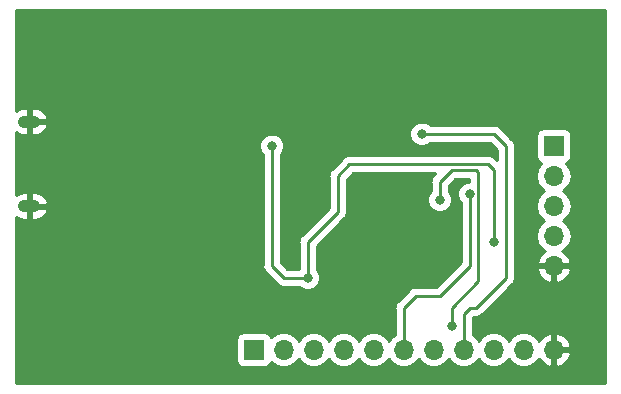
<source format=gbr>
G04 #@! TF.GenerationSoftware,KiCad,Pcbnew,(5.0.1)-4*
G04 #@! TF.CreationDate,2019-08-09T21:17:30+02:00*
G04 #@! TF.ProjectId,USB-SPI_prog,5553422D5350495F70726F672E6B6963,rev?*
G04 #@! TF.SameCoordinates,Original*
G04 #@! TF.FileFunction,Copper,L2,Bot,Signal*
G04 #@! TF.FilePolarity,Positive*
%FSLAX46Y46*%
G04 Gerber Fmt 4.6, Leading zero omitted, Abs format (unit mm)*
G04 Created by KiCad (PCBNEW (5.0.1)-4) date 09.08.2019 21:17:30*
%MOMM*%
%LPD*%
G01*
G04 APERTURE LIST*
G04 #@! TA.AperFunction,NonConductor*
%ADD10C,0.300000*%
G04 #@! TD*
G04 #@! TA.AperFunction,ComponentPad*
%ADD11O,1.900000X1.050000*%
G04 #@! TD*
G04 #@! TA.AperFunction,ComponentPad*
%ADD12R,1.700000X1.700000*%
G04 #@! TD*
G04 #@! TA.AperFunction,ComponentPad*
%ADD13O,1.700000X1.700000*%
G04 #@! TD*
G04 #@! TA.AperFunction,ViaPad*
%ADD14C,0.800000*%
G04 #@! TD*
G04 #@! TA.AperFunction,Conductor*
%ADD15C,0.250000*%
G04 #@! TD*
G04 #@! TA.AperFunction,Conductor*
%ADD16C,0.254000*%
G04 #@! TD*
G04 APERTURE END LIST*
D10*
X165194285Y-82739571D02*
X165194285Y-83953857D01*
X165122857Y-84096714D01*
X165051428Y-84168142D01*
X164908571Y-84239571D01*
X164622857Y-84239571D01*
X164480000Y-84168142D01*
X164408571Y-84096714D01*
X164337142Y-83953857D01*
X164337142Y-82739571D01*
X163694285Y-84168142D02*
X163480000Y-84239571D01*
X163122857Y-84239571D01*
X162980000Y-84168142D01*
X162908571Y-84096714D01*
X162837142Y-83953857D01*
X162837142Y-83811000D01*
X162908571Y-83668142D01*
X162980000Y-83596714D01*
X163122857Y-83525285D01*
X163408571Y-83453857D01*
X163551428Y-83382428D01*
X163622857Y-83311000D01*
X163694285Y-83168142D01*
X163694285Y-83025285D01*
X163622857Y-82882428D01*
X163551428Y-82811000D01*
X163408571Y-82739571D01*
X163051428Y-82739571D01*
X162837142Y-82811000D01*
X161694285Y-83453857D02*
X161480000Y-83525285D01*
X161408571Y-83596714D01*
X161337142Y-83739571D01*
X161337142Y-83953857D01*
X161408571Y-84096714D01*
X161480000Y-84168142D01*
X161622857Y-84239571D01*
X162194285Y-84239571D01*
X162194285Y-82739571D01*
X161694285Y-82739571D01*
X161551428Y-82811000D01*
X161480000Y-82882428D01*
X161408571Y-83025285D01*
X161408571Y-83168142D01*
X161480000Y-83311000D01*
X161551428Y-83382428D01*
X161694285Y-83453857D01*
X162194285Y-83453857D01*
X160694285Y-83668142D02*
X159551428Y-83668142D01*
X158908571Y-84168142D02*
X158694285Y-84239571D01*
X158337142Y-84239571D01*
X158194285Y-84168142D01*
X158122857Y-84096714D01*
X158051428Y-83953857D01*
X158051428Y-83811000D01*
X158122857Y-83668142D01*
X158194285Y-83596714D01*
X158337142Y-83525285D01*
X158622857Y-83453857D01*
X158765714Y-83382428D01*
X158837142Y-83311000D01*
X158908571Y-83168142D01*
X158908571Y-83025285D01*
X158837142Y-82882428D01*
X158765714Y-82811000D01*
X158622857Y-82739571D01*
X158265714Y-82739571D01*
X158051428Y-82811000D01*
X157408571Y-84239571D02*
X157408571Y-82739571D01*
X156837142Y-82739571D01*
X156694285Y-82811000D01*
X156622857Y-82882428D01*
X156551428Y-83025285D01*
X156551428Y-83239571D01*
X156622857Y-83382428D01*
X156694285Y-83453857D01*
X156837142Y-83525285D01*
X157408571Y-83525285D01*
X155908571Y-84239571D02*
X155908571Y-82739571D01*
X155551428Y-84382428D02*
X154408571Y-84382428D01*
X154051428Y-83239571D02*
X154051428Y-84739571D01*
X154051428Y-83311000D02*
X153908571Y-83239571D01*
X153622857Y-83239571D01*
X153480000Y-83311000D01*
X153408571Y-83382428D01*
X153337142Y-83525285D01*
X153337142Y-83953857D01*
X153408571Y-84096714D01*
X153480000Y-84168142D01*
X153622857Y-84239571D01*
X153908571Y-84239571D01*
X154051428Y-84168142D01*
X152694285Y-84239571D02*
X152694285Y-83239571D01*
X152694285Y-83525285D02*
X152622857Y-83382428D01*
X152551428Y-83311000D01*
X152408571Y-83239571D01*
X152265714Y-83239571D01*
X151551428Y-84239571D02*
X151694285Y-84168142D01*
X151765714Y-84096714D01*
X151837142Y-83953857D01*
X151837142Y-83525285D01*
X151765714Y-83382428D01*
X151694285Y-83311000D01*
X151551428Y-83239571D01*
X151337142Y-83239571D01*
X151194285Y-83311000D01*
X151122857Y-83382428D01*
X151051428Y-83525285D01*
X151051428Y-83953857D01*
X151122857Y-84096714D01*
X151194285Y-84168142D01*
X151337142Y-84239571D01*
X151551428Y-84239571D01*
X149765714Y-83239571D02*
X149765714Y-84453857D01*
X149837142Y-84596714D01*
X149908571Y-84668142D01*
X150051428Y-84739571D01*
X150265714Y-84739571D01*
X150408571Y-84668142D01*
X149765714Y-84168142D02*
X149908571Y-84239571D01*
X150194285Y-84239571D01*
X150337142Y-84168142D01*
X150408571Y-84096714D01*
X150480000Y-83953857D01*
X150480000Y-83525285D01*
X150408571Y-83382428D01*
X150337142Y-83311000D01*
X150194285Y-83239571D01*
X149908571Y-83239571D01*
X149765714Y-83311000D01*
X168801428Y-86789571D02*
X168801428Y-85289571D01*
X168801428Y-85861000D02*
X168658571Y-85789571D01*
X168372857Y-85789571D01*
X168230000Y-85861000D01*
X168158571Y-85932428D01*
X168087142Y-86075285D01*
X168087142Y-86503857D01*
X168158571Y-86646714D01*
X168230000Y-86718142D01*
X168372857Y-86789571D01*
X168658571Y-86789571D01*
X168801428Y-86718142D01*
X167587142Y-85789571D02*
X167230000Y-86789571D01*
X166872857Y-85789571D02*
X167230000Y-86789571D01*
X167372857Y-87146714D01*
X167444285Y-87218142D01*
X167587142Y-87289571D01*
X165301428Y-85289571D02*
X164944285Y-86789571D01*
X164658571Y-85718142D01*
X164372857Y-86789571D01*
X164015714Y-85289571D01*
X163444285Y-86789571D02*
X163444285Y-85289571D01*
X162872857Y-85789571D02*
X162587142Y-86789571D01*
X162301428Y-86075285D01*
X162015714Y-86789571D01*
X161730000Y-85789571D01*
X160515714Y-86789571D02*
X160515714Y-86003857D01*
X160587142Y-85861000D01*
X160730000Y-85789571D01*
X161015714Y-85789571D01*
X161158571Y-85861000D01*
X160515714Y-86718142D02*
X160658571Y-86789571D01*
X161015714Y-86789571D01*
X161158571Y-86718142D01*
X161230000Y-86575285D01*
X161230000Y-86432428D01*
X161158571Y-86289571D01*
X161015714Y-86218142D01*
X160658571Y-86218142D01*
X160515714Y-86146714D01*
X159801428Y-85789571D02*
X159801428Y-86789571D01*
X159801428Y-85932428D02*
X159730000Y-85861000D01*
X159587142Y-85789571D01*
X159372857Y-85789571D01*
X159230000Y-85861000D01*
X159158571Y-86003857D01*
X159158571Y-86789571D01*
X158230000Y-86789571D02*
X158372857Y-86718142D01*
X158444285Y-86646714D01*
X158515714Y-86503857D01*
X158515714Y-86075285D01*
X158444285Y-85932428D01*
X158372857Y-85861000D01*
X158230000Y-85789571D01*
X158015714Y-85789571D01*
X157872857Y-85861000D01*
X157801428Y-85932428D01*
X157730000Y-86075285D01*
X157730000Y-86503857D01*
X157801428Y-86646714D01*
X157872857Y-86718142D01*
X158015714Y-86789571D01*
X158230000Y-86789571D01*
X157230000Y-85789571D02*
X156944285Y-86789571D01*
X156658571Y-86075285D01*
X156372857Y-86789571D01*
X156087142Y-85789571D01*
X155515714Y-86789571D02*
X155515714Y-85789571D01*
X155515714Y-85289571D02*
X155587142Y-85361000D01*
X155515714Y-85432428D01*
X155444285Y-85361000D01*
X155515714Y-85289571D01*
X155515714Y-85432428D01*
X154158571Y-86718142D02*
X154301428Y-86789571D01*
X154587142Y-86789571D01*
X154730000Y-86718142D01*
X154801428Y-86646714D01*
X154872857Y-86503857D01*
X154872857Y-86075285D01*
X154801428Y-85932428D01*
X154730000Y-85861000D01*
X154587142Y-85789571D01*
X154301428Y-85789571D01*
X154158571Y-85861000D01*
X153658571Y-85789571D02*
X152872857Y-85789571D01*
X153658571Y-86789571D01*
X152872857Y-86789571D01*
X151230000Y-85432428D02*
X151158571Y-85361000D01*
X151015714Y-85289571D01*
X150658571Y-85289571D01*
X150515714Y-85361000D01*
X150444285Y-85432428D01*
X150372857Y-85575285D01*
X150372857Y-85718142D01*
X150444285Y-85932428D01*
X151301428Y-86789571D01*
X150372857Y-86789571D01*
X149444285Y-85289571D02*
X149301428Y-85289571D01*
X149158571Y-85361000D01*
X149087142Y-85432428D01*
X149015714Y-85575285D01*
X148944285Y-85861000D01*
X148944285Y-86218142D01*
X149015714Y-86503857D01*
X149087142Y-86646714D01*
X149158571Y-86718142D01*
X149301428Y-86789571D01*
X149444285Y-86789571D01*
X149587142Y-86718142D01*
X149658571Y-86646714D01*
X149730000Y-86503857D01*
X149801428Y-86218142D01*
X149801428Y-85861000D01*
X149730000Y-85575285D01*
X149658571Y-85432428D01*
X149587142Y-85361000D01*
X149444285Y-85289571D01*
X147515714Y-86789571D02*
X148372857Y-86789571D01*
X147944285Y-86789571D02*
X147944285Y-85289571D01*
X148087142Y-85503857D01*
X148230000Y-85646714D01*
X148372857Y-85718142D01*
X146801428Y-86789571D02*
X146515714Y-86789571D01*
X146372857Y-86718142D01*
X146301428Y-86646714D01*
X146158571Y-86432428D01*
X146087142Y-86146714D01*
X146087142Y-85575285D01*
X146158571Y-85432428D01*
X146230000Y-85361000D01*
X146372857Y-85289571D01*
X146658571Y-85289571D01*
X146801428Y-85361000D01*
X146872857Y-85432428D01*
X146944285Y-85575285D01*
X146944285Y-85932428D01*
X146872857Y-86075285D01*
X146801428Y-86146714D01*
X146658571Y-86218142D01*
X146372857Y-86218142D01*
X146230000Y-86146714D01*
X146158571Y-86075285D01*
X146087142Y-85932428D01*
X164686285Y-82739571D02*
X164686285Y-83953857D01*
X164614857Y-84096714D01*
X164543428Y-84168142D01*
X164400571Y-84239571D01*
X164114857Y-84239571D01*
X163972000Y-84168142D01*
X163900571Y-84096714D01*
X163829142Y-83953857D01*
X163829142Y-82739571D01*
X163186285Y-84168142D02*
X162972000Y-84239571D01*
X162614857Y-84239571D01*
X162472000Y-84168142D01*
X162400571Y-84096714D01*
X162329142Y-83953857D01*
X162329142Y-83811000D01*
X162400571Y-83668142D01*
X162472000Y-83596714D01*
X162614857Y-83525285D01*
X162900571Y-83453857D01*
X163043428Y-83382428D01*
X163114857Y-83311000D01*
X163186285Y-83168142D01*
X163186285Y-83025285D01*
X163114857Y-82882428D01*
X163043428Y-82811000D01*
X162900571Y-82739571D01*
X162543428Y-82739571D01*
X162329142Y-82811000D01*
X161186285Y-83453857D02*
X160972000Y-83525285D01*
X160900571Y-83596714D01*
X160829142Y-83739571D01*
X160829142Y-83953857D01*
X160900571Y-84096714D01*
X160972000Y-84168142D01*
X161114857Y-84239571D01*
X161686285Y-84239571D01*
X161686285Y-82739571D01*
X161186285Y-82739571D01*
X161043428Y-82811000D01*
X160972000Y-82882428D01*
X160900571Y-83025285D01*
X160900571Y-83168142D01*
X160972000Y-83311000D01*
X161043428Y-83382428D01*
X161186285Y-83453857D01*
X161686285Y-83453857D01*
X160186285Y-83668142D02*
X159043428Y-83668142D01*
X158400571Y-84168142D02*
X158186285Y-84239571D01*
X157829142Y-84239571D01*
X157686285Y-84168142D01*
X157614857Y-84096714D01*
X157543428Y-83953857D01*
X157543428Y-83811000D01*
X157614857Y-83668142D01*
X157686285Y-83596714D01*
X157829142Y-83525285D01*
X158114857Y-83453857D01*
X158257714Y-83382428D01*
X158329142Y-83311000D01*
X158400571Y-83168142D01*
X158400571Y-83025285D01*
X158329142Y-82882428D01*
X158257714Y-82811000D01*
X158114857Y-82739571D01*
X157757714Y-82739571D01*
X157543428Y-82811000D01*
X156900571Y-84239571D02*
X156900571Y-82739571D01*
X156329142Y-82739571D01*
X156186285Y-82811000D01*
X156114857Y-82882428D01*
X156043428Y-83025285D01*
X156043428Y-83239571D01*
X156114857Y-83382428D01*
X156186285Y-83453857D01*
X156329142Y-83525285D01*
X156900571Y-83525285D01*
X155400571Y-84239571D02*
X155400571Y-82739571D01*
X155043428Y-84382428D02*
X153900571Y-84382428D01*
X153543428Y-83239571D02*
X153543428Y-84739571D01*
X153543428Y-83311000D02*
X153400571Y-83239571D01*
X153114857Y-83239571D01*
X152972000Y-83311000D01*
X152900571Y-83382428D01*
X152829142Y-83525285D01*
X152829142Y-83953857D01*
X152900571Y-84096714D01*
X152972000Y-84168142D01*
X153114857Y-84239571D01*
X153400571Y-84239571D01*
X153543428Y-84168142D01*
X152186285Y-84239571D02*
X152186285Y-83239571D01*
X152186285Y-83525285D02*
X152114857Y-83382428D01*
X152043428Y-83311000D01*
X151900571Y-83239571D01*
X151757714Y-83239571D01*
X151043428Y-84239571D02*
X151186285Y-84168142D01*
X151257714Y-84096714D01*
X151329142Y-83953857D01*
X151329142Y-83525285D01*
X151257714Y-83382428D01*
X151186285Y-83311000D01*
X151043428Y-83239571D01*
X150829142Y-83239571D01*
X150686285Y-83311000D01*
X150614857Y-83382428D01*
X150543428Y-83525285D01*
X150543428Y-83953857D01*
X150614857Y-84096714D01*
X150686285Y-84168142D01*
X150829142Y-84239571D01*
X151043428Y-84239571D01*
X149257714Y-83239571D02*
X149257714Y-84453857D01*
X149329142Y-84596714D01*
X149400571Y-84668142D01*
X149543428Y-84739571D01*
X149757714Y-84739571D01*
X149900571Y-84668142D01*
X149257714Y-84168142D02*
X149400571Y-84239571D01*
X149686285Y-84239571D01*
X149829142Y-84168142D01*
X149900571Y-84096714D01*
X149972000Y-83953857D01*
X149972000Y-83525285D01*
X149900571Y-83382428D01*
X149829142Y-83311000D01*
X149686285Y-83239571D01*
X149400571Y-83239571D01*
X149257714Y-83311000D01*
X168293428Y-86789571D02*
X168293428Y-85289571D01*
X168293428Y-85861000D02*
X168150571Y-85789571D01*
X167864857Y-85789571D01*
X167722000Y-85861000D01*
X167650571Y-85932428D01*
X167579142Y-86075285D01*
X167579142Y-86503857D01*
X167650571Y-86646714D01*
X167722000Y-86718142D01*
X167864857Y-86789571D01*
X168150571Y-86789571D01*
X168293428Y-86718142D01*
X167079142Y-85789571D02*
X166722000Y-86789571D01*
X166364857Y-85789571D02*
X166722000Y-86789571D01*
X166864857Y-87146714D01*
X166936285Y-87218142D01*
X167079142Y-87289571D01*
X164793428Y-85289571D02*
X164436285Y-86789571D01*
X164150571Y-85718142D01*
X163864857Y-86789571D01*
X163507714Y-85289571D01*
X162936285Y-86789571D02*
X162936285Y-85289571D01*
X162364857Y-85789571D02*
X162079142Y-86789571D01*
X161793428Y-86075285D01*
X161507714Y-86789571D01*
X161222000Y-85789571D01*
X160007714Y-86789571D02*
X160007714Y-86003857D01*
X160079142Y-85861000D01*
X160222000Y-85789571D01*
X160507714Y-85789571D01*
X160650571Y-85861000D01*
X160007714Y-86718142D02*
X160150571Y-86789571D01*
X160507714Y-86789571D01*
X160650571Y-86718142D01*
X160722000Y-86575285D01*
X160722000Y-86432428D01*
X160650571Y-86289571D01*
X160507714Y-86218142D01*
X160150571Y-86218142D01*
X160007714Y-86146714D01*
X159293428Y-85789571D02*
X159293428Y-86789571D01*
X159293428Y-85932428D02*
X159222000Y-85861000D01*
X159079142Y-85789571D01*
X158864857Y-85789571D01*
X158722000Y-85861000D01*
X158650571Y-86003857D01*
X158650571Y-86789571D01*
X157722000Y-86789571D02*
X157864857Y-86718142D01*
X157936285Y-86646714D01*
X158007714Y-86503857D01*
X158007714Y-86075285D01*
X157936285Y-85932428D01*
X157864857Y-85861000D01*
X157722000Y-85789571D01*
X157507714Y-85789571D01*
X157364857Y-85861000D01*
X157293428Y-85932428D01*
X157222000Y-86075285D01*
X157222000Y-86503857D01*
X157293428Y-86646714D01*
X157364857Y-86718142D01*
X157507714Y-86789571D01*
X157722000Y-86789571D01*
X156722000Y-85789571D02*
X156436285Y-86789571D01*
X156150571Y-86075285D01*
X155864857Y-86789571D01*
X155579142Y-85789571D01*
X155007714Y-86789571D02*
X155007714Y-85789571D01*
X155007714Y-85289571D02*
X155079142Y-85361000D01*
X155007714Y-85432428D01*
X154936285Y-85361000D01*
X155007714Y-85289571D01*
X155007714Y-85432428D01*
X153650571Y-86718142D02*
X153793428Y-86789571D01*
X154079142Y-86789571D01*
X154222000Y-86718142D01*
X154293428Y-86646714D01*
X154364857Y-86503857D01*
X154364857Y-86075285D01*
X154293428Y-85932428D01*
X154222000Y-85861000D01*
X154079142Y-85789571D01*
X153793428Y-85789571D01*
X153650571Y-85861000D01*
X153150571Y-85789571D02*
X152364857Y-85789571D01*
X153150571Y-86789571D01*
X152364857Y-86789571D01*
X150722000Y-85432428D02*
X150650571Y-85361000D01*
X150507714Y-85289571D01*
X150150571Y-85289571D01*
X150007714Y-85361000D01*
X149936285Y-85432428D01*
X149864857Y-85575285D01*
X149864857Y-85718142D01*
X149936285Y-85932428D01*
X150793428Y-86789571D01*
X149864857Y-86789571D01*
X148936285Y-85289571D02*
X148793428Y-85289571D01*
X148650571Y-85361000D01*
X148579142Y-85432428D01*
X148507714Y-85575285D01*
X148436285Y-85861000D01*
X148436285Y-86218142D01*
X148507714Y-86503857D01*
X148579142Y-86646714D01*
X148650571Y-86718142D01*
X148793428Y-86789571D01*
X148936285Y-86789571D01*
X149079142Y-86718142D01*
X149150571Y-86646714D01*
X149222000Y-86503857D01*
X149293428Y-86218142D01*
X149293428Y-85861000D01*
X149222000Y-85575285D01*
X149150571Y-85432428D01*
X149079142Y-85361000D01*
X148936285Y-85289571D01*
X147007714Y-86789571D02*
X147864857Y-86789571D01*
X147436285Y-86789571D02*
X147436285Y-85289571D01*
X147579142Y-85503857D01*
X147722000Y-85646714D01*
X147864857Y-85718142D01*
X146293428Y-86789571D02*
X146007714Y-86789571D01*
X145864857Y-86718142D01*
X145793428Y-86646714D01*
X145650571Y-86432428D01*
X145579142Y-86146714D01*
X145579142Y-85575285D01*
X145650571Y-85432428D01*
X145722000Y-85361000D01*
X145864857Y-85289571D01*
X146150571Y-85289571D01*
X146293428Y-85361000D01*
X146364857Y-85432428D01*
X146436285Y-85575285D01*
X146436285Y-85932428D01*
X146364857Y-86075285D01*
X146293428Y-86146714D01*
X146150571Y-86218142D01*
X145864857Y-86218142D01*
X145722000Y-86146714D01*
X145650571Y-86075285D01*
X145579142Y-85932428D01*
X149765714Y-81723571D02*
X149765714Y-82937857D01*
X149837142Y-83080714D01*
X149908571Y-83152142D01*
X150051428Y-83223571D01*
X150337142Y-83223571D01*
X150480000Y-83152142D01*
X150551428Y-83080714D01*
X150622857Y-82937857D01*
X150622857Y-81723571D01*
X151265714Y-83152142D02*
X151480000Y-83223571D01*
X151837142Y-83223571D01*
X151980000Y-83152142D01*
X152051428Y-83080714D01*
X152122857Y-82937857D01*
X152122857Y-82795000D01*
X152051428Y-82652142D01*
X151980000Y-82580714D01*
X151837142Y-82509285D01*
X151551428Y-82437857D01*
X151408571Y-82366428D01*
X151337142Y-82295000D01*
X151265714Y-82152142D01*
X151265714Y-82009285D01*
X151337142Y-81866428D01*
X151408571Y-81795000D01*
X151551428Y-81723571D01*
X151908571Y-81723571D01*
X152122857Y-81795000D01*
X153265714Y-82437857D02*
X153480000Y-82509285D01*
X153551428Y-82580714D01*
X153622857Y-82723571D01*
X153622857Y-82937857D01*
X153551428Y-83080714D01*
X153480000Y-83152142D01*
X153337142Y-83223571D01*
X152765714Y-83223571D01*
X152765714Y-81723571D01*
X153265714Y-81723571D01*
X153408571Y-81795000D01*
X153480000Y-81866428D01*
X153551428Y-82009285D01*
X153551428Y-82152142D01*
X153480000Y-82295000D01*
X153408571Y-82366428D01*
X153265714Y-82437857D01*
X152765714Y-82437857D01*
X154265714Y-82652142D02*
X155408571Y-82652142D01*
X156051428Y-83152142D02*
X156265714Y-83223571D01*
X156622857Y-83223571D01*
X156765714Y-83152142D01*
X156837142Y-83080714D01*
X156908571Y-82937857D01*
X156908571Y-82795000D01*
X156837142Y-82652142D01*
X156765714Y-82580714D01*
X156622857Y-82509285D01*
X156337142Y-82437857D01*
X156194285Y-82366428D01*
X156122857Y-82295000D01*
X156051428Y-82152142D01*
X156051428Y-82009285D01*
X156122857Y-81866428D01*
X156194285Y-81795000D01*
X156337142Y-81723571D01*
X156694285Y-81723571D01*
X156908571Y-81795000D01*
X157551428Y-83223571D02*
X157551428Y-81723571D01*
X158122857Y-81723571D01*
X158265714Y-81795000D01*
X158337142Y-81866428D01*
X158408571Y-82009285D01*
X158408571Y-82223571D01*
X158337142Y-82366428D01*
X158265714Y-82437857D01*
X158122857Y-82509285D01*
X157551428Y-82509285D01*
X159051428Y-83223571D02*
X159051428Y-81723571D01*
X159408571Y-83366428D02*
X160551428Y-83366428D01*
X160908571Y-82223571D02*
X160908571Y-83723571D01*
X160908571Y-82295000D02*
X161051428Y-82223571D01*
X161337142Y-82223571D01*
X161480000Y-82295000D01*
X161551428Y-82366428D01*
X161622857Y-82509285D01*
X161622857Y-82937857D01*
X161551428Y-83080714D01*
X161480000Y-83152142D01*
X161337142Y-83223571D01*
X161051428Y-83223571D01*
X160908571Y-83152142D01*
X162265714Y-83223571D02*
X162265714Y-82223571D01*
X162265714Y-82509285D02*
X162337142Y-82366428D01*
X162408571Y-82295000D01*
X162551428Y-82223571D01*
X162694285Y-82223571D01*
X163408571Y-83223571D02*
X163265714Y-83152142D01*
X163194285Y-83080714D01*
X163122857Y-82937857D01*
X163122857Y-82509285D01*
X163194285Y-82366428D01*
X163265714Y-82295000D01*
X163408571Y-82223571D01*
X163622857Y-82223571D01*
X163765714Y-82295000D01*
X163837142Y-82366428D01*
X163908571Y-82509285D01*
X163908571Y-82937857D01*
X163837142Y-83080714D01*
X163765714Y-83152142D01*
X163622857Y-83223571D01*
X163408571Y-83223571D01*
X165194285Y-82223571D02*
X165194285Y-83437857D01*
X165122857Y-83580714D01*
X165051428Y-83652142D01*
X164908571Y-83723571D01*
X164694285Y-83723571D01*
X164551428Y-83652142D01*
X165194285Y-83152142D02*
X165051428Y-83223571D01*
X164765714Y-83223571D01*
X164622857Y-83152142D01*
X164551428Y-83080714D01*
X164480000Y-82937857D01*
X164480000Y-82509285D01*
X164551428Y-82366428D01*
X164622857Y-82295000D01*
X164765714Y-82223571D01*
X165051428Y-82223571D01*
X165194285Y-82295000D01*
X146158571Y-85773571D02*
X146158571Y-84273571D01*
X146158571Y-84845000D02*
X146301428Y-84773571D01*
X146587142Y-84773571D01*
X146730000Y-84845000D01*
X146801428Y-84916428D01*
X146872857Y-85059285D01*
X146872857Y-85487857D01*
X146801428Y-85630714D01*
X146730000Y-85702142D01*
X146587142Y-85773571D01*
X146301428Y-85773571D01*
X146158571Y-85702142D01*
X147372857Y-84773571D02*
X147730000Y-85773571D01*
X148087142Y-84773571D02*
X147730000Y-85773571D01*
X147587142Y-86130714D01*
X147515714Y-86202142D01*
X147372857Y-86273571D01*
X149658571Y-84273571D02*
X150015714Y-85773571D01*
X150301428Y-84702142D01*
X150587142Y-85773571D01*
X150944285Y-84273571D01*
X151515714Y-85773571D02*
X151515714Y-84273571D01*
X152087142Y-84773571D02*
X152372857Y-85773571D01*
X152658571Y-85059285D01*
X152944285Y-85773571D01*
X153230000Y-84773571D01*
X154444285Y-85773571D02*
X154444285Y-84987857D01*
X154372857Y-84845000D01*
X154230000Y-84773571D01*
X153944285Y-84773571D01*
X153801428Y-84845000D01*
X154444285Y-85702142D02*
X154301428Y-85773571D01*
X153944285Y-85773571D01*
X153801428Y-85702142D01*
X153730000Y-85559285D01*
X153730000Y-85416428D01*
X153801428Y-85273571D01*
X153944285Y-85202142D01*
X154301428Y-85202142D01*
X154444285Y-85130714D01*
X155158571Y-84773571D02*
X155158571Y-85773571D01*
X155158571Y-84916428D02*
X155230000Y-84845000D01*
X155372857Y-84773571D01*
X155587142Y-84773571D01*
X155730000Y-84845000D01*
X155801428Y-84987857D01*
X155801428Y-85773571D01*
X156730000Y-85773571D02*
X156587142Y-85702142D01*
X156515714Y-85630714D01*
X156444285Y-85487857D01*
X156444285Y-85059285D01*
X156515714Y-84916428D01*
X156587142Y-84845000D01*
X156730000Y-84773571D01*
X156944285Y-84773571D01*
X157087142Y-84845000D01*
X157158571Y-84916428D01*
X157230000Y-85059285D01*
X157230000Y-85487857D01*
X157158571Y-85630714D01*
X157087142Y-85702142D01*
X156944285Y-85773571D01*
X156730000Y-85773571D01*
X157730000Y-84773571D02*
X158015714Y-85773571D01*
X158301428Y-85059285D01*
X158587142Y-85773571D01*
X158872857Y-84773571D01*
X159444285Y-85773571D02*
X159444285Y-84773571D01*
X159444285Y-84273571D02*
X159372857Y-84345000D01*
X159444285Y-84416428D01*
X159515714Y-84345000D01*
X159444285Y-84273571D01*
X159444285Y-84416428D01*
X160801428Y-85702142D02*
X160658571Y-85773571D01*
X160372857Y-85773571D01*
X160230000Y-85702142D01*
X160158571Y-85630714D01*
X160087142Y-85487857D01*
X160087142Y-85059285D01*
X160158571Y-84916428D01*
X160230000Y-84845000D01*
X160372857Y-84773571D01*
X160658571Y-84773571D01*
X160801428Y-84845000D01*
X161301428Y-84773571D02*
X162087142Y-84773571D01*
X161301428Y-85773571D01*
X162087142Y-85773571D01*
X163730000Y-84416428D02*
X163801428Y-84345000D01*
X163944285Y-84273571D01*
X164301428Y-84273571D01*
X164444285Y-84345000D01*
X164515714Y-84416428D01*
X164587142Y-84559285D01*
X164587142Y-84702142D01*
X164515714Y-84916428D01*
X163658571Y-85773571D01*
X164587142Y-85773571D01*
X165515714Y-84273571D02*
X165658571Y-84273571D01*
X165801428Y-84345000D01*
X165872857Y-84416428D01*
X165944285Y-84559285D01*
X166015714Y-84845000D01*
X166015714Y-85202142D01*
X165944285Y-85487857D01*
X165872857Y-85630714D01*
X165801428Y-85702142D01*
X165658571Y-85773571D01*
X165515714Y-85773571D01*
X165372857Y-85702142D01*
X165301428Y-85630714D01*
X165230000Y-85487857D01*
X165158571Y-85202142D01*
X165158571Y-84845000D01*
X165230000Y-84559285D01*
X165301428Y-84416428D01*
X165372857Y-84345000D01*
X165515714Y-84273571D01*
X167444285Y-85773571D02*
X166587142Y-85773571D01*
X167015714Y-85773571D02*
X167015714Y-84273571D01*
X166872857Y-84487857D01*
X166730000Y-84630714D01*
X166587142Y-84702142D01*
X168158571Y-85773571D02*
X168444285Y-85773571D01*
X168587142Y-85702142D01*
X168658571Y-85630714D01*
X168801428Y-85416428D01*
X168872857Y-85130714D01*
X168872857Y-84559285D01*
X168801428Y-84416428D01*
X168730000Y-84345000D01*
X168587142Y-84273571D01*
X168301428Y-84273571D01*
X168158571Y-84345000D01*
X168087142Y-84416428D01*
X168015714Y-84559285D01*
X168015714Y-84916428D01*
X168087142Y-85059285D01*
X168158571Y-85130714D01*
X168301428Y-85202142D01*
X168587142Y-85202142D01*
X168730000Y-85130714D01*
X168801428Y-85059285D01*
X168872857Y-84916428D01*
D11*
G04 #@! TO.P,J1,6*
G04 #@! TO.N,GND*
X120720000Y-89389000D03*
X120720000Y-96539000D03*
G04 #@! TD*
D12*
G04 #@! TO.P,J2,1*
G04 #@! TO.N,MISO*
X165100000Y-91440000D03*
D13*
G04 #@! TO.P,J2,2*
G04 #@! TO.N,SCK*
X165100000Y-93980000D03*
G04 #@! TO.P,J2,3*
G04 #@! TO.N,MOSI*
X165100000Y-96520000D03*
G04 #@! TO.P,J2,4*
G04 #@! TO.N,5V*
X165100000Y-99060000D03*
G04 #@! TO.P,J2,5*
G04 #@! TO.N,GND*
X165100000Y-101600000D03*
G04 #@! TD*
D12*
G04 #@! TO.P,J3,1*
G04 #@! TO.N,GP0*
X139700000Y-108712000D03*
D13*
G04 #@! TO.P,J3,2*
G04 #@! TO.N,GP1*
X142240000Y-108712000D03*
G04 #@! TO.P,J3,3*
G04 #@! TO.N,GP2*
X144780000Y-108712000D03*
G04 #@! TO.P,J3,4*
G04 #@! TO.N,GP3*
X147320000Y-108712000D03*
G04 #@! TO.P,J3,5*
G04 #@! TO.N,GP4*
X149860000Y-108712000D03*
G04 #@! TO.P,J3,6*
G04 #@! TO.N,GP5*
X152400000Y-108712000D03*
G04 #@! TO.P,J3,7*
G04 #@! TO.N,GP6*
X154940000Y-108712000D03*
G04 #@! TO.P,J3,8*
G04 #@! TO.N,GP7*
X157480000Y-108712000D03*
G04 #@! TO.P,J3,9*
G04 #@! TO.N,GP8*
X160020000Y-108712000D03*
G04 #@! TO.P,J3,10*
G04 #@! TO.N,5V*
X162560000Y-108712000D03*
G04 #@! TO.P,J3,11*
G04 #@! TO.N,GND*
X165100000Y-108712000D03*
G04 #@! TD*
D14*
G04 #@! TO.N,5V*
X160020000Y-99568000D03*
X144272000Y-102616000D03*
X141224000Y-91440000D03*
G04 #@! TO.N,GP5*
X157988000Y-95504000D03*
G04 #@! TO.N,GP6*
X155448000Y-96012000D03*
X156464000Y-106680000D03*
G04 #@! TO.N,GP7*
X153924000Y-90424000D03*
G04 #@! TD*
D15*
G04 #@! TO.N,5V*
X141224000Y-91440000D02*
X141224000Y-101600000D01*
X141224000Y-101600000D02*
X142240000Y-102616000D01*
X144272000Y-102616000D02*
X142240000Y-102616000D01*
X159569991Y-93021991D02*
X147770009Y-93021991D01*
X160020000Y-93472000D02*
X159569991Y-93021991D01*
X147770009Y-93021991D02*
X146812000Y-93980000D01*
X146812000Y-93980000D02*
X146812000Y-97028000D01*
X144272000Y-99568000D02*
X144272000Y-102616000D01*
X146812000Y-97028000D02*
X144272000Y-99568000D01*
X160020000Y-99568000D02*
X160020000Y-93472000D01*
G04 #@! TO.N,GP5*
X157988000Y-95504000D02*
X157988000Y-101600000D01*
X157988000Y-101600000D02*
X155448000Y-104140000D01*
X155448000Y-104140000D02*
X153416000Y-104140000D01*
X153416000Y-104140000D02*
X152400000Y-105156000D01*
X152400000Y-105156000D02*
X152400000Y-108712000D01*
G04 #@! TO.N,GP6*
X156464000Y-106680000D02*
X156464000Y-105156000D01*
X158713001Y-102906999D02*
X158713001Y-93689001D01*
X156464000Y-105156000D02*
X158713001Y-102906999D01*
X158713001Y-93689001D02*
X158496000Y-93472000D01*
X158496000Y-93472000D02*
X156464000Y-93472000D01*
X155448000Y-94488000D02*
X155448000Y-96012000D01*
X156464000Y-93472000D02*
X155448000Y-94488000D01*
G04 #@! TO.N,GP7*
X157480000Y-105664000D02*
X157480000Y-108712000D01*
X160020000Y-90424000D02*
X161036000Y-91440000D01*
X153924000Y-90424000D02*
X160020000Y-90424000D01*
X161036000Y-91440000D02*
X161036000Y-102616000D01*
X161036000Y-102616000D02*
X158496000Y-105156000D01*
X158496000Y-105156000D02*
X157988000Y-105156000D01*
X157988000Y-105156000D02*
X157480000Y-105664000D01*
G04 #@! TD*
D16*
G04 #@! TO.N,GND*
G36*
X169445001Y-111533000D02*
X119607000Y-111533000D01*
X119607000Y-107862000D01*
X138202560Y-107862000D01*
X138202560Y-109562000D01*
X138251843Y-109809765D01*
X138392191Y-110019809D01*
X138602235Y-110160157D01*
X138850000Y-110209440D01*
X140550000Y-110209440D01*
X140797765Y-110160157D01*
X141007809Y-110019809D01*
X141148157Y-109809765D01*
X141157184Y-109764381D01*
X141169375Y-109782625D01*
X141660582Y-110110839D01*
X142093744Y-110197000D01*
X142386256Y-110197000D01*
X142819418Y-110110839D01*
X143310625Y-109782625D01*
X143510000Y-109484239D01*
X143709375Y-109782625D01*
X144200582Y-110110839D01*
X144633744Y-110197000D01*
X144926256Y-110197000D01*
X145359418Y-110110839D01*
X145850625Y-109782625D01*
X146050000Y-109484239D01*
X146249375Y-109782625D01*
X146740582Y-110110839D01*
X147173744Y-110197000D01*
X147466256Y-110197000D01*
X147899418Y-110110839D01*
X148390625Y-109782625D01*
X148590000Y-109484239D01*
X148789375Y-109782625D01*
X149280582Y-110110839D01*
X149713744Y-110197000D01*
X150006256Y-110197000D01*
X150439418Y-110110839D01*
X150930625Y-109782625D01*
X151130000Y-109484239D01*
X151329375Y-109782625D01*
X151820582Y-110110839D01*
X152253744Y-110197000D01*
X152546256Y-110197000D01*
X152979418Y-110110839D01*
X153470625Y-109782625D01*
X153670000Y-109484239D01*
X153869375Y-109782625D01*
X154360582Y-110110839D01*
X154793744Y-110197000D01*
X155086256Y-110197000D01*
X155519418Y-110110839D01*
X156010625Y-109782625D01*
X156210000Y-109484239D01*
X156409375Y-109782625D01*
X156900582Y-110110839D01*
X157333744Y-110197000D01*
X157626256Y-110197000D01*
X158059418Y-110110839D01*
X158550625Y-109782625D01*
X158750000Y-109484239D01*
X158949375Y-109782625D01*
X159440582Y-110110839D01*
X159873744Y-110197000D01*
X160166256Y-110197000D01*
X160599418Y-110110839D01*
X161090625Y-109782625D01*
X161290000Y-109484239D01*
X161489375Y-109782625D01*
X161980582Y-110110839D01*
X162413744Y-110197000D01*
X162706256Y-110197000D01*
X163139418Y-110110839D01*
X163630625Y-109782625D01*
X163843843Y-109463522D01*
X163904817Y-109593358D01*
X164333076Y-109983645D01*
X164743110Y-110153476D01*
X164973000Y-110032155D01*
X164973000Y-108839000D01*
X165227000Y-108839000D01*
X165227000Y-110032155D01*
X165456890Y-110153476D01*
X165866924Y-109983645D01*
X166295183Y-109593358D01*
X166541486Y-109068892D01*
X166420819Y-108839000D01*
X165227000Y-108839000D01*
X164973000Y-108839000D01*
X164953000Y-108839000D01*
X164953000Y-108585000D01*
X164973000Y-108585000D01*
X164973000Y-107391845D01*
X165227000Y-107391845D01*
X165227000Y-108585000D01*
X166420819Y-108585000D01*
X166541486Y-108355108D01*
X166295183Y-107830642D01*
X165866924Y-107440355D01*
X165456890Y-107270524D01*
X165227000Y-107391845D01*
X164973000Y-107391845D01*
X164743110Y-107270524D01*
X164333076Y-107440355D01*
X163904817Y-107830642D01*
X163843843Y-107960478D01*
X163630625Y-107641375D01*
X163139418Y-107313161D01*
X162706256Y-107227000D01*
X162413744Y-107227000D01*
X161980582Y-107313161D01*
X161489375Y-107641375D01*
X161290000Y-107939761D01*
X161090625Y-107641375D01*
X160599418Y-107313161D01*
X160166256Y-107227000D01*
X159873744Y-107227000D01*
X159440582Y-107313161D01*
X158949375Y-107641375D01*
X158750000Y-107939761D01*
X158550625Y-107641375D01*
X158240000Y-107433822D01*
X158240000Y-105978802D01*
X158302802Y-105916000D01*
X158421153Y-105916000D01*
X158496000Y-105930888D01*
X158570847Y-105916000D01*
X158570852Y-105916000D01*
X158792537Y-105871904D01*
X159043929Y-105703929D01*
X159086331Y-105640470D01*
X161520476Y-103206327D01*
X161583929Y-103163929D01*
X161626327Y-103100476D01*
X161626329Y-103100474D01*
X161751903Y-102912538D01*
X161751904Y-102912537D01*
X161796000Y-102690852D01*
X161796000Y-102690848D01*
X161810888Y-102616001D01*
X161796000Y-102541154D01*
X161796000Y-101956890D01*
X163658524Y-101956890D01*
X163828355Y-102366924D01*
X164218642Y-102795183D01*
X164743108Y-103041486D01*
X164973000Y-102920819D01*
X164973000Y-101727000D01*
X165227000Y-101727000D01*
X165227000Y-102920819D01*
X165456892Y-103041486D01*
X165981358Y-102795183D01*
X166371645Y-102366924D01*
X166541476Y-101956890D01*
X166420155Y-101727000D01*
X165227000Y-101727000D01*
X164973000Y-101727000D01*
X163779845Y-101727000D01*
X163658524Y-101956890D01*
X161796000Y-101956890D01*
X161796000Y-93980000D01*
X163585908Y-93980000D01*
X163701161Y-94559418D01*
X164029375Y-95050625D01*
X164327761Y-95250000D01*
X164029375Y-95449375D01*
X163701161Y-95940582D01*
X163585908Y-96520000D01*
X163701161Y-97099418D01*
X164029375Y-97590625D01*
X164327761Y-97790000D01*
X164029375Y-97989375D01*
X163701161Y-98480582D01*
X163585908Y-99060000D01*
X163701161Y-99639418D01*
X164029375Y-100130625D01*
X164348478Y-100343843D01*
X164218642Y-100404817D01*
X163828355Y-100833076D01*
X163658524Y-101243110D01*
X163779845Y-101473000D01*
X164973000Y-101473000D01*
X164973000Y-101453000D01*
X165227000Y-101453000D01*
X165227000Y-101473000D01*
X166420155Y-101473000D01*
X166541476Y-101243110D01*
X166371645Y-100833076D01*
X165981358Y-100404817D01*
X165851522Y-100343843D01*
X166170625Y-100130625D01*
X166498839Y-99639418D01*
X166614092Y-99060000D01*
X166498839Y-98480582D01*
X166170625Y-97989375D01*
X165872239Y-97790000D01*
X166170625Y-97590625D01*
X166498839Y-97099418D01*
X166614092Y-96520000D01*
X166498839Y-95940582D01*
X166170625Y-95449375D01*
X165872239Y-95250000D01*
X166170625Y-95050625D01*
X166498839Y-94559418D01*
X166614092Y-93980000D01*
X166498839Y-93400582D01*
X166170625Y-92909375D01*
X166152381Y-92897184D01*
X166197765Y-92888157D01*
X166407809Y-92747809D01*
X166548157Y-92537765D01*
X166597440Y-92290000D01*
X166597440Y-90590000D01*
X166548157Y-90342235D01*
X166407809Y-90132191D01*
X166197765Y-89991843D01*
X165950000Y-89942560D01*
X164250000Y-89942560D01*
X164002235Y-89991843D01*
X163792191Y-90132191D01*
X163651843Y-90342235D01*
X163602560Y-90590000D01*
X163602560Y-92290000D01*
X163651843Y-92537765D01*
X163792191Y-92747809D01*
X164002235Y-92888157D01*
X164047619Y-92897184D01*
X164029375Y-92909375D01*
X163701161Y-93400582D01*
X163585908Y-93980000D01*
X161796000Y-93980000D01*
X161796000Y-91514847D01*
X161810888Y-91440000D01*
X161796000Y-91365153D01*
X161796000Y-91365148D01*
X161751904Y-91143463D01*
X161583929Y-90892071D01*
X161520473Y-90849671D01*
X160610331Y-89939530D01*
X160567929Y-89876071D01*
X160316537Y-89708096D01*
X160094852Y-89664000D01*
X160094847Y-89664000D01*
X160020000Y-89649112D01*
X159945153Y-89664000D01*
X154627711Y-89664000D01*
X154510280Y-89546569D01*
X154129874Y-89389000D01*
X153718126Y-89389000D01*
X153337720Y-89546569D01*
X153046569Y-89837720D01*
X152889000Y-90218126D01*
X152889000Y-90629874D01*
X153046569Y-91010280D01*
X153337720Y-91301431D01*
X153718126Y-91459000D01*
X154129874Y-91459000D01*
X154510280Y-91301431D01*
X154627711Y-91184000D01*
X159705199Y-91184000D01*
X160276000Y-91754802D01*
X160276000Y-92653199D01*
X160160322Y-92537521D01*
X160117920Y-92474062D01*
X159866528Y-92306087D01*
X159644843Y-92261991D01*
X159644838Y-92261991D01*
X159569991Y-92247103D01*
X159495144Y-92261991D01*
X147844855Y-92261991D01*
X147770008Y-92247103D01*
X147695161Y-92261991D01*
X147695157Y-92261991D01*
X147473472Y-92306087D01*
X147473470Y-92306088D01*
X147473471Y-92306088D01*
X147285535Y-92431662D01*
X147285533Y-92431664D01*
X147222080Y-92474062D01*
X147179682Y-92537516D01*
X146327529Y-93389669D01*
X146264071Y-93432071D01*
X146096096Y-93683464D01*
X146052000Y-93905149D01*
X146052000Y-93905153D01*
X146037112Y-93980000D01*
X146052000Y-94054847D01*
X146052001Y-96713196D01*
X143787530Y-98977669D01*
X143724071Y-99020071D01*
X143556096Y-99271464D01*
X143512000Y-99493149D01*
X143512000Y-99493153D01*
X143497112Y-99568000D01*
X143512000Y-99642847D01*
X143512001Y-101856000D01*
X142554802Y-101856000D01*
X141984000Y-101285199D01*
X141984000Y-92143711D01*
X142101431Y-92026280D01*
X142259000Y-91645874D01*
X142259000Y-91234126D01*
X142101431Y-90853720D01*
X141810280Y-90562569D01*
X141429874Y-90405000D01*
X141018126Y-90405000D01*
X140637720Y-90562569D01*
X140346569Y-90853720D01*
X140189000Y-91234126D01*
X140189000Y-91645874D01*
X140346569Y-92026280D01*
X140464000Y-92143711D01*
X140464001Y-101525148D01*
X140449112Y-101600000D01*
X140508097Y-101896537D01*
X140622713Y-102068071D01*
X140676072Y-102147929D01*
X140739528Y-102190329D01*
X141649671Y-103100473D01*
X141692071Y-103163929D01*
X141943463Y-103331904D01*
X142165148Y-103376000D01*
X142165153Y-103376000D01*
X142240000Y-103390888D01*
X142314847Y-103376000D01*
X143568289Y-103376000D01*
X143685720Y-103493431D01*
X144066126Y-103651000D01*
X144477874Y-103651000D01*
X144858280Y-103493431D01*
X145149431Y-103202280D01*
X145307000Y-102821874D01*
X145307000Y-102410126D01*
X145149431Y-102029720D01*
X145032000Y-101912289D01*
X145032000Y-99882801D01*
X147296476Y-97618327D01*
X147359929Y-97575929D01*
X147402327Y-97512476D01*
X147402329Y-97512474D01*
X147527903Y-97324538D01*
X147527904Y-97324537D01*
X147572000Y-97102852D01*
X147572000Y-97102848D01*
X147586888Y-97028001D01*
X147572000Y-96953154D01*
X147572000Y-94294802D01*
X148084811Y-93781991D01*
X155079208Y-93781991D01*
X154963530Y-93897669D01*
X154900071Y-93940071D01*
X154732096Y-94191464D01*
X154688000Y-94413149D01*
X154688000Y-94413153D01*
X154673112Y-94488000D01*
X154688000Y-94562847D01*
X154688001Y-95308288D01*
X154570569Y-95425720D01*
X154413000Y-95806126D01*
X154413000Y-96217874D01*
X154570569Y-96598280D01*
X154861720Y-96889431D01*
X155242126Y-97047000D01*
X155653874Y-97047000D01*
X156034280Y-96889431D01*
X156325431Y-96598280D01*
X156483000Y-96217874D01*
X156483000Y-95806126D01*
X156325431Y-95425720D01*
X156208000Y-95308289D01*
X156208000Y-94802801D01*
X156778802Y-94232000D01*
X157953002Y-94232000D01*
X157953002Y-94469000D01*
X157782126Y-94469000D01*
X157401720Y-94626569D01*
X157110569Y-94917720D01*
X156953000Y-95298126D01*
X156953000Y-95709874D01*
X157110569Y-96090280D01*
X157228000Y-96207711D01*
X157228001Y-101285196D01*
X155133199Y-103380000D01*
X153490847Y-103380000D01*
X153416000Y-103365112D01*
X153341153Y-103380000D01*
X153341148Y-103380000D01*
X153119463Y-103424096D01*
X152868071Y-103592071D01*
X152825671Y-103655527D01*
X151915530Y-104565669D01*
X151852071Y-104608071D01*
X151684096Y-104859464D01*
X151640000Y-105081149D01*
X151640000Y-105081153D01*
X151625112Y-105156000D01*
X151640000Y-105230847D01*
X151640001Y-107433822D01*
X151329375Y-107641375D01*
X151130000Y-107939761D01*
X150930625Y-107641375D01*
X150439418Y-107313161D01*
X150006256Y-107227000D01*
X149713744Y-107227000D01*
X149280582Y-107313161D01*
X148789375Y-107641375D01*
X148590000Y-107939761D01*
X148390625Y-107641375D01*
X147899418Y-107313161D01*
X147466256Y-107227000D01*
X147173744Y-107227000D01*
X146740582Y-107313161D01*
X146249375Y-107641375D01*
X146050000Y-107939761D01*
X145850625Y-107641375D01*
X145359418Y-107313161D01*
X144926256Y-107227000D01*
X144633744Y-107227000D01*
X144200582Y-107313161D01*
X143709375Y-107641375D01*
X143510000Y-107939761D01*
X143310625Y-107641375D01*
X142819418Y-107313161D01*
X142386256Y-107227000D01*
X142093744Y-107227000D01*
X141660582Y-107313161D01*
X141169375Y-107641375D01*
X141157184Y-107659619D01*
X141148157Y-107614235D01*
X141007809Y-107404191D01*
X140797765Y-107263843D01*
X140550000Y-107214560D01*
X138850000Y-107214560D01*
X138602235Y-107263843D01*
X138392191Y-107404191D01*
X138251843Y-107614235D01*
X138202560Y-107862000D01*
X119607000Y-107862000D01*
X119607000Y-97455746D01*
X119733755Y-97562099D01*
X120168000Y-97699000D01*
X120593000Y-97699000D01*
X120593000Y-96666000D01*
X120847000Y-96666000D01*
X120847000Y-97699000D01*
X121272000Y-97699000D01*
X121706245Y-97562099D01*
X122055046Y-97269441D01*
X122263964Y-96844810D01*
X122138163Y-96666000D01*
X120847000Y-96666000D01*
X120593000Y-96666000D01*
X120573000Y-96666000D01*
X120573000Y-96412000D01*
X120593000Y-96412000D01*
X120593000Y-95379000D01*
X120847000Y-95379000D01*
X120847000Y-96412000D01*
X122138163Y-96412000D01*
X122263964Y-96233190D01*
X122055046Y-95808559D01*
X121706245Y-95515901D01*
X121272000Y-95379000D01*
X120847000Y-95379000D01*
X120593000Y-95379000D01*
X120168000Y-95379000D01*
X119733755Y-95515901D01*
X119607000Y-95622254D01*
X119607000Y-90305746D01*
X119733755Y-90412099D01*
X120168000Y-90549000D01*
X120593000Y-90549000D01*
X120593000Y-89516000D01*
X120847000Y-89516000D01*
X120847000Y-90549000D01*
X121272000Y-90549000D01*
X121706245Y-90412099D01*
X122055046Y-90119441D01*
X122263964Y-89694810D01*
X122138163Y-89516000D01*
X120847000Y-89516000D01*
X120593000Y-89516000D01*
X120573000Y-89516000D01*
X120573000Y-89262000D01*
X120593000Y-89262000D01*
X120593000Y-88229000D01*
X120847000Y-88229000D01*
X120847000Y-89262000D01*
X122138163Y-89262000D01*
X122263964Y-89083190D01*
X122055046Y-88658559D01*
X121706245Y-88365901D01*
X121272000Y-88229000D01*
X120847000Y-88229000D01*
X120593000Y-88229000D01*
X120168000Y-88229000D01*
X119733755Y-88365901D01*
X119607000Y-88472254D01*
X119607000Y-79983000D01*
X169445000Y-79983000D01*
X169445001Y-111533000D01*
X169445001Y-111533000D01*
G37*
X169445001Y-111533000D02*
X119607000Y-111533000D01*
X119607000Y-107862000D01*
X138202560Y-107862000D01*
X138202560Y-109562000D01*
X138251843Y-109809765D01*
X138392191Y-110019809D01*
X138602235Y-110160157D01*
X138850000Y-110209440D01*
X140550000Y-110209440D01*
X140797765Y-110160157D01*
X141007809Y-110019809D01*
X141148157Y-109809765D01*
X141157184Y-109764381D01*
X141169375Y-109782625D01*
X141660582Y-110110839D01*
X142093744Y-110197000D01*
X142386256Y-110197000D01*
X142819418Y-110110839D01*
X143310625Y-109782625D01*
X143510000Y-109484239D01*
X143709375Y-109782625D01*
X144200582Y-110110839D01*
X144633744Y-110197000D01*
X144926256Y-110197000D01*
X145359418Y-110110839D01*
X145850625Y-109782625D01*
X146050000Y-109484239D01*
X146249375Y-109782625D01*
X146740582Y-110110839D01*
X147173744Y-110197000D01*
X147466256Y-110197000D01*
X147899418Y-110110839D01*
X148390625Y-109782625D01*
X148590000Y-109484239D01*
X148789375Y-109782625D01*
X149280582Y-110110839D01*
X149713744Y-110197000D01*
X150006256Y-110197000D01*
X150439418Y-110110839D01*
X150930625Y-109782625D01*
X151130000Y-109484239D01*
X151329375Y-109782625D01*
X151820582Y-110110839D01*
X152253744Y-110197000D01*
X152546256Y-110197000D01*
X152979418Y-110110839D01*
X153470625Y-109782625D01*
X153670000Y-109484239D01*
X153869375Y-109782625D01*
X154360582Y-110110839D01*
X154793744Y-110197000D01*
X155086256Y-110197000D01*
X155519418Y-110110839D01*
X156010625Y-109782625D01*
X156210000Y-109484239D01*
X156409375Y-109782625D01*
X156900582Y-110110839D01*
X157333744Y-110197000D01*
X157626256Y-110197000D01*
X158059418Y-110110839D01*
X158550625Y-109782625D01*
X158750000Y-109484239D01*
X158949375Y-109782625D01*
X159440582Y-110110839D01*
X159873744Y-110197000D01*
X160166256Y-110197000D01*
X160599418Y-110110839D01*
X161090625Y-109782625D01*
X161290000Y-109484239D01*
X161489375Y-109782625D01*
X161980582Y-110110839D01*
X162413744Y-110197000D01*
X162706256Y-110197000D01*
X163139418Y-110110839D01*
X163630625Y-109782625D01*
X163843843Y-109463522D01*
X163904817Y-109593358D01*
X164333076Y-109983645D01*
X164743110Y-110153476D01*
X164973000Y-110032155D01*
X164973000Y-108839000D01*
X165227000Y-108839000D01*
X165227000Y-110032155D01*
X165456890Y-110153476D01*
X165866924Y-109983645D01*
X166295183Y-109593358D01*
X166541486Y-109068892D01*
X166420819Y-108839000D01*
X165227000Y-108839000D01*
X164973000Y-108839000D01*
X164953000Y-108839000D01*
X164953000Y-108585000D01*
X164973000Y-108585000D01*
X164973000Y-107391845D01*
X165227000Y-107391845D01*
X165227000Y-108585000D01*
X166420819Y-108585000D01*
X166541486Y-108355108D01*
X166295183Y-107830642D01*
X165866924Y-107440355D01*
X165456890Y-107270524D01*
X165227000Y-107391845D01*
X164973000Y-107391845D01*
X164743110Y-107270524D01*
X164333076Y-107440355D01*
X163904817Y-107830642D01*
X163843843Y-107960478D01*
X163630625Y-107641375D01*
X163139418Y-107313161D01*
X162706256Y-107227000D01*
X162413744Y-107227000D01*
X161980582Y-107313161D01*
X161489375Y-107641375D01*
X161290000Y-107939761D01*
X161090625Y-107641375D01*
X160599418Y-107313161D01*
X160166256Y-107227000D01*
X159873744Y-107227000D01*
X159440582Y-107313161D01*
X158949375Y-107641375D01*
X158750000Y-107939761D01*
X158550625Y-107641375D01*
X158240000Y-107433822D01*
X158240000Y-105978802D01*
X158302802Y-105916000D01*
X158421153Y-105916000D01*
X158496000Y-105930888D01*
X158570847Y-105916000D01*
X158570852Y-105916000D01*
X158792537Y-105871904D01*
X159043929Y-105703929D01*
X159086331Y-105640470D01*
X161520476Y-103206327D01*
X161583929Y-103163929D01*
X161626327Y-103100476D01*
X161626329Y-103100474D01*
X161751903Y-102912538D01*
X161751904Y-102912537D01*
X161796000Y-102690852D01*
X161796000Y-102690848D01*
X161810888Y-102616001D01*
X161796000Y-102541154D01*
X161796000Y-101956890D01*
X163658524Y-101956890D01*
X163828355Y-102366924D01*
X164218642Y-102795183D01*
X164743108Y-103041486D01*
X164973000Y-102920819D01*
X164973000Y-101727000D01*
X165227000Y-101727000D01*
X165227000Y-102920819D01*
X165456892Y-103041486D01*
X165981358Y-102795183D01*
X166371645Y-102366924D01*
X166541476Y-101956890D01*
X166420155Y-101727000D01*
X165227000Y-101727000D01*
X164973000Y-101727000D01*
X163779845Y-101727000D01*
X163658524Y-101956890D01*
X161796000Y-101956890D01*
X161796000Y-93980000D01*
X163585908Y-93980000D01*
X163701161Y-94559418D01*
X164029375Y-95050625D01*
X164327761Y-95250000D01*
X164029375Y-95449375D01*
X163701161Y-95940582D01*
X163585908Y-96520000D01*
X163701161Y-97099418D01*
X164029375Y-97590625D01*
X164327761Y-97790000D01*
X164029375Y-97989375D01*
X163701161Y-98480582D01*
X163585908Y-99060000D01*
X163701161Y-99639418D01*
X164029375Y-100130625D01*
X164348478Y-100343843D01*
X164218642Y-100404817D01*
X163828355Y-100833076D01*
X163658524Y-101243110D01*
X163779845Y-101473000D01*
X164973000Y-101473000D01*
X164973000Y-101453000D01*
X165227000Y-101453000D01*
X165227000Y-101473000D01*
X166420155Y-101473000D01*
X166541476Y-101243110D01*
X166371645Y-100833076D01*
X165981358Y-100404817D01*
X165851522Y-100343843D01*
X166170625Y-100130625D01*
X166498839Y-99639418D01*
X166614092Y-99060000D01*
X166498839Y-98480582D01*
X166170625Y-97989375D01*
X165872239Y-97790000D01*
X166170625Y-97590625D01*
X166498839Y-97099418D01*
X166614092Y-96520000D01*
X166498839Y-95940582D01*
X166170625Y-95449375D01*
X165872239Y-95250000D01*
X166170625Y-95050625D01*
X166498839Y-94559418D01*
X166614092Y-93980000D01*
X166498839Y-93400582D01*
X166170625Y-92909375D01*
X166152381Y-92897184D01*
X166197765Y-92888157D01*
X166407809Y-92747809D01*
X166548157Y-92537765D01*
X166597440Y-92290000D01*
X166597440Y-90590000D01*
X166548157Y-90342235D01*
X166407809Y-90132191D01*
X166197765Y-89991843D01*
X165950000Y-89942560D01*
X164250000Y-89942560D01*
X164002235Y-89991843D01*
X163792191Y-90132191D01*
X163651843Y-90342235D01*
X163602560Y-90590000D01*
X163602560Y-92290000D01*
X163651843Y-92537765D01*
X163792191Y-92747809D01*
X164002235Y-92888157D01*
X164047619Y-92897184D01*
X164029375Y-92909375D01*
X163701161Y-93400582D01*
X163585908Y-93980000D01*
X161796000Y-93980000D01*
X161796000Y-91514847D01*
X161810888Y-91440000D01*
X161796000Y-91365153D01*
X161796000Y-91365148D01*
X161751904Y-91143463D01*
X161583929Y-90892071D01*
X161520473Y-90849671D01*
X160610331Y-89939530D01*
X160567929Y-89876071D01*
X160316537Y-89708096D01*
X160094852Y-89664000D01*
X160094847Y-89664000D01*
X160020000Y-89649112D01*
X159945153Y-89664000D01*
X154627711Y-89664000D01*
X154510280Y-89546569D01*
X154129874Y-89389000D01*
X153718126Y-89389000D01*
X153337720Y-89546569D01*
X153046569Y-89837720D01*
X152889000Y-90218126D01*
X152889000Y-90629874D01*
X153046569Y-91010280D01*
X153337720Y-91301431D01*
X153718126Y-91459000D01*
X154129874Y-91459000D01*
X154510280Y-91301431D01*
X154627711Y-91184000D01*
X159705199Y-91184000D01*
X160276000Y-91754802D01*
X160276000Y-92653199D01*
X160160322Y-92537521D01*
X160117920Y-92474062D01*
X159866528Y-92306087D01*
X159644843Y-92261991D01*
X159644838Y-92261991D01*
X159569991Y-92247103D01*
X159495144Y-92261991D01*
X147844855Y-92261991D01*
X147770008Y-92247103D01*
X147695161Y-92261991D01*
X147695157Y-92261991D01*
X147473472Y-92306087D01*
X147473470Y-92306088D01*
X147473471Y-92306088D01*
X147285535Y-92431662D01*
X147285533Y-92431664D01*
X147222080Y-92474062D01*
X147179682Y-92537516D01*
X146327529Y-93389669D01*
X146264071Y-93432071D01*
X146096096Y-93683464D01*
X146052000Y-93905149D01*
X146052000Y-93905153D01*
X146037112Y-93980000D01*
X146052000Y-94054847D01*
X146052001Y-96713196D01*
X143787530Y-98977669D01*
X143724071Y-99020071D01*
X143556096Y-99271464D01*
X143512000Y-99493149D01*
X143512000Y-99493153D01*
X143497112Y-99568000D01*
X143512000Y-99642847D01*
X143512001Y-101856000D01*
X142554802Y-101856000D01*
X141984000Y-101285199D01*
X141984000Y-92143711D01*
X142101431Y-92026280D01*
X142259000Y-91645874D01*
X142259000Y-91234126D01*
X142101431Y-90853720D01*
X141810280Y-90562569D01*
X141429874Y-90405000D01*
X141018126Y-90405000D01*
X140637720Y-90562569D01*
X140346569Y-90853720D01*
X140189000Y-91234126D01*
X140189000Y-91645874D01*
X140346569Y-92026280D01*
X140464000Y-92143711D01*
X140464001Y-101525148D01*
X140449112Y-101600000D01*
X140508097Y-101896537D01*
X140622713Y-102068071D01*
X140676072Y-102147929D01*
X140739528Y-102190329D01*
X141649671Y-103100473D01*
X141692071Y-103163929D01*
X141943463Y-103331904D01*
X142165148Y-103376000D01*
X142165153Y-103376000D01*
X142240000Y-103390888D01*
X142314847Y-103376000D01*
X143568289Y-103376000D01*
X143685720Y-103493431D01*
X144066126Y-103651000D01*
X144477874Y-103651000D01*
X144858280Y-103493431D01*
X145149431Y-103202280D01*
X145307000Y-102821874D01*
X145307000Y-102410126D01*
X145149431Y-102029720D01*
X145032000Y-101912289D01*
X145032000Y-99882801D01*
X147296476Y-97618327D01*
X147359929Y-97575929D01*
X147402327Y-97512476D01*
X147402329Y-97512474D01*
X147527903Y-97324538D01*
X147527904Y-97324537D01*
X147572000Y-97102852D01*
X147572000Y-97102848D01*
X147586888Y-97028001D01*
X147572000Y-96953154D01*
X147572000Y-94294802D01*
X148084811Y-93781991D01*
X155079208Y-93781991D01*
X154963530Y-93897669D01*
X154900071Y-93940071D01*
X154732096Y-94191464D01*
X154688000Y-94413149D01*
X154688000Y-94413153D01*
X154673112Y-94488000D01*
X154688000Y-94562847D01*
X154688001Y-95308288D01*
X154570569Y-95425720D01*
X154413000Y-95806126D01*
X154413000Y-96217874D01*
X154570569Y-96598280D01*
X154861720Y-96889431D01*
X155242126Y-97047000D01*
X155653874Y-97047000D01*
X156034280Y-96889431D01*
X156325431Y-96598280D01*
X156483000Y-96217874D01*
X156483000Y-95806126D01*
X156325431Y-95425720D01*
X156208000Y-95308289D01*
X156208000Y-94802801D01*
X156778802Y-94232000D01*
X157953002Y-94232000D01*
X157953002Y-94469000D01*
X157782126Y-94469000D01*
X157401720Y-94626569D01*
X157110569Y-94917720D01*
X156953000Y-95298126D01*
X156953000Y-95709874D01*
X157110569Y-96090280D01*
X157228000Y-96207711D01*
X157228001Y-101285196D01*
X155133199Y-103380000D01*
X153490847Y-103380000D01*
X153416000Y-103365112D01*
X153341153Y-103380000D01*
X153341148Y-103380000D01*
X153119463Y-103424096D01*
X152868071Y-103592071D01*
X152825671Y-103655527D01*
X151915530Y-104565669D01*
X151852071Y-104608071D01*
X151684096Y-104859464D01*
X151640000Y-105081149D01*
X151640000Y-105081153D01*
X151625112Y-105156000D01*
X151640000Y-105230847D01*
X151640001Y-107433822D01*
X151329375Y-107641375D01*
X151130000Y-107939761D01*
X150930625Y-107641375D01*
X150439418Y-107313161D01*
X150006256Y-107227000D01*
X149713744Y-107227000D01*
X149280582Y-107313161D01*
X148789375Y-107641375D01*
X148590000Y-107939761D01*
X148390625Y-107641375D01*
X147899418Y-107313161D01*
X147466256Y-107227000D01*
X147173744Y-107227000D01*
X146740582Y-107313161D01*
X146249375Y-107641375D01*
X146050000Y-107939761D01*
X145850625Y-107641375D01*
X145359418Y-107313161D01*
X144926256Y-107227000D01*
X144633744Y-107227000D01*
X144200582Y-107313161D01*
X143709375Y-107641375D01*
X143510000Y-107939761D01*
X143310625Y-107641375D01*
X142819418Y-107313161D01*
X142386256Y-107227000D01*
X142093744Y-107227000D01*
X141660582Y-107313161D01*
X141169375Y-107641375D01*
X141157184Y-107659619D01*
X141148157Y-107614235D01*
X141007809Y-107404191D01*
X140797765Y-107263843D01*
X140550000Y-107214560D01*
X138850000Y-107214560D01*
X138602235Y-107263843D01*
X138392191Y-107404191D01*
X138251843Y-107614235D01*
X138202560Y-107862000D01*
X119607000Y-107862000D01*
X119607000Y-97455746D01*
X119733755Y-97562099D01*
X120168000Y-97699000D01*
X120593000Y-97699000D01*
X120593000Y-96666000D01*
X120847000Y-96666000D01*
X120847000Y-97699000D01*
X121272000Y-97699000D01*
X121706245Y-97562099D01*
X122055046Y-97269441D01*
X122263964Y-96844810D01*
X122138163Y-96666000D01*
X120847000Y-96666000D01*
X120593000Y-96666000D01*
X120573000Y-96666000D01*
X120573000Y-96412000D01*
X120593000Y-96412000D01*
X120593000Y-95379000D01*
X120847000Y-95379000D01*
X120847000Y-96412000D01*
X122138163Y-96412000D01*
X122263964Y-96233190D01*
X122055046Y-95808559D01*
X121706245Y-95515901D01*
X121272000Y-95379000D01*
X120847000Y-95379000D01*
X120593000Y-95379000D01*
X120168000Y-95379000D01*
X119733755Y-95515901D01*
X119607000Y-95622254D01*
X119607000Y-90305746D01*
X119733755Y-90412099D01*
X120168000Y-90549000D01*
X120593000Y-90549000D01*
X120593000Y-89516000D01*
X120847000Y-89516000D01*
X120847000Y-90549000D01*
X121272000Y-90549000D01*
X121706245Y-90412099D01*
X122055046Y-90119441D01*
X122263964Y-89694810D01*
X122138163Y-89516000D01*
X120847000Y-89516000D01*
X120593000Y-89516000D01*
X120573000Y-89516000D01*
X120573000Y-89262000D01*
X120593000Y-89262000D01*
X120593000Y-88229000D01*
X120847000Y-88229000D01*
X120847000Y-89262000D01*
X122138163Y-89262000D01*
X122263964Y-89083190D01*
X122055046Y-88658559D01*
X121706245Y-88365901D01*
X121272000Y-88229000D01*
X120847000Y-88229000D01*
X120593000Y-88229000D01*
X120168000Y-88229000D01*
X119733755Y-88365901D01*
X119607000Y-88472254D01*
X119607000Y-79983000D01*
X169445000Y-79983000D01*
X169445001Y-111533000D01*
G04 #@! TD*
M02*

</source>
